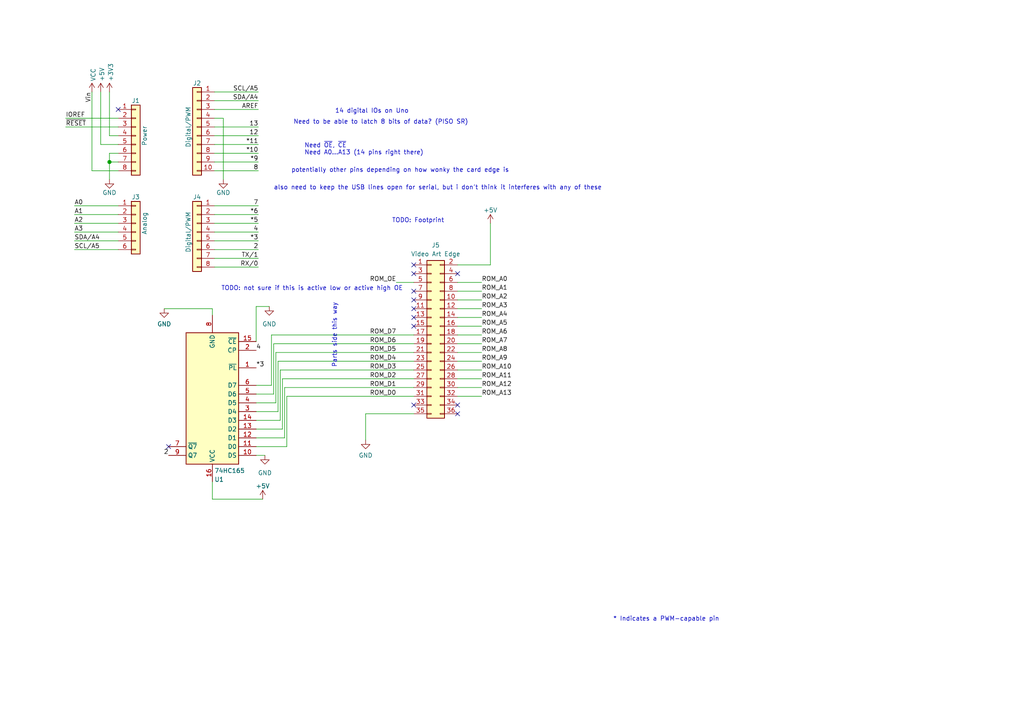
<source format=kicad_sch>
(kicad_sch (version 20230121) (generator eeschema)
  (paper "A4")
  (title_block (date "mar. 31 mars 2015"))
  (lib_symbols
    (symbol "+5V_1" (power) (pin_names (offset 0))
      (property "Value" "+5V_1" (at 0 3.556 0))
      (symbol "+5V_1_0_1"
        (polyline (pts (xy -0.762 1.27) (xy 0 2.54)))
        (polyline (pts (xy 0 0) (xy 0 2.54)))
        (polyline (pts (xy 0 2.54) (xy 0.762 1.27)))
      )
      (symbol "+5V_1_1_1"
        (pin power_in line (at 0 0 90) (length 0) hide (name "+5V") (number "1"))
      )
    )
    (symbol "+5V_2" (power) (pin_names (offset 0))
      (property "Value" "+5V_2" (at 0 3.556 0))
      (symbol "+5V_2_0_1"
        (polyline (pts (xy -0.762 1.27) (xy 0 2.54)))
        (polyline (pts (xy 0 0) (xy 0 2.54)))
        (polyline (pts (xy 0 2.54) (xy 0.762 1.27)))
      )
      (symbol "+5V_2_1_1"
        (pin power_in line (at 0 0 90) (length 0) hide (name "+5V") (number "1"))
      )
    )
    (symbol "74xx:74HC165"
      (property "Reference" "U" (at -7.62 19.05 0))
      (property "Value" "74HC165" (at -7.62 -21.59 0))
      (symbol "74HC165_1_0"
        (pin input line (at -12.7 -10.16 0) (length 5.08) (name "~{PL}") (number "1"))
        (pin input line (at -12.7 15.24 0) (length 5.08) (name "DS") (number "10"))
        (pin input line (at -12.7 12.7 0) (length 5.08) (name "D0") (number "11"))
        (pin input line (at -12.7 10.16 0) (length 5.08) (name "D1") (number "12"))
        (pin input line (at -12.7 7.62 0) (length 5.08) (name "D2") (number "13"))
        (pin input line (at -12.7 5.08 0) (length 5.08) (name "D3") (number "14"))
        (pin input line (at -12.7 -17.78 0) (length 5.08) (name "~{CE}") (number "15"))
        (pin power_in line (at 0 22.86 270) (length 5.08) (name "VCC") (number "16"))
        (pin input line (at -12.7 -15.24 0) (length 5.08) (name "CP") (number "2"))
        (pin input line (at -12.7 2.54 0) (length 5.08) (name "D4") (number "3"))
        (pin input line (at -12.7 0 0) (length 5.08) (name "D5") (number "4"))
        (pin input line (at -12.7 -2.54 0) (length 5.08) (name "D6") (number "5"))
        (pin input line (at -12.7 -5.08 0) (length 5.08) (name "D7") (number "6"))
        (pin output line (at 12.7 12.7 180) (length 5.08) (name "~{Q7}") (number "7"))
        (pin power_in line (at 0 -25.4 90) (length 5.08) (name "GND") (number "8"))
        (pin output line (at 12.7 15.24 180) (length 5.08) (name "Q7") (number "9"))
      )
      (symbol "74HC165_1_1"
        (rectangle (start -7.62 17.78) (end 7.62 -20.32) (stroke (width 0.254)) (fill (type background)))
      )
    )
    (symbol "Connector_Generic:Conn_01x06" (pin_names (offset 1.016) hide)
      (property "Reference" "J" (at 0 7.62 0))
      (property "Value" "Conn_01x06" (at 0 -10.16 0))
      (symbol "Conn_01x06_1_1"
        (rectangle (start -1.27 -7.493) (end 0 -7.747) (stroke (width 0.1524)))
        (rectangle (start -1.27 -4.953) (end 0 -5.207) (stroke (width 0.1524)))
        (rectangle (start -1.27 -2.413) (end 0 -2.667) (stroke (width 0.1524)))
        (rectangle (start -1.27 0.127) (end 0 -0.127) (stroke (width 0.1524)))
        (rectangle (start -1.27 2.667) (end 0 2.413) (stroke (width 0.1524)))
        (rectangle (start -1.27 5.207) (end 0 4.953) (stroke (width 0.1524)))
        (rectangle (start -1.27 6.35) (end 1.27 -8.89) (stroke (width 0.254)) (fill (type background)))
        (pin passive line (at -5.08 5.08 0) (length 3.81) (name "Pin_1") (number "1"))
        (pin passive line (at -5.08 2.54 0) (length 3.81) (name "Pin_2") (number "2"))
        (pin passive line (at -5.08 0 0) (length 3.81) (name "Pin_3") (number "3"))
        (pin passive line (at -5.08 -2.54 0) (length 3.81) (name "Pin_4") (number "4"))
        (pin passive line (at -5.08 -5.08 0) (length 3.81) (name "Pin_5") (number "5"))
        (pin passive line (at -5.08 -7.62 0) (length 3.81) (name "Pin_6") (number "6"))
      )
    )
    (symbol "Connector_Generic:Conn_01x08" (pin_names (offset 1.016) hide)
      (property "Reference" "J" (at 0 10.16 0))
      (property "Value" "Conn_01x08" (at 0 -12.7 0))
      (symbol "Conn_01x08_1_1"
        (rectangle (start -1.27 -10.033) (end 0 -10.287) (stroke (width 0.1524)))
        (rectangle (start -1.27 -7.493) (end 0 -7.747) (stroke (width 0.1524)))
        (rectangle (start -1.27 -4.953) (end 0 -5.207) (stroke (width 0.1524)))
        (rectangle (start -1.27 -2.413) (end 0 -2.667) (stroke (width 0.1524)))
        (rectangle (start -1.27 0.127) (end 0 -0.127) (stroke (width 0.1524)))
        (rectangle (start -1.27 2.667) (end 0 2.413) (stroke (width 0.1524)))
        (rectangle (start -1.27 5.207) (end 0 4.953) (stroke (width 0.1524)))
        (rectangle (start -1.27 7.747) (end 0 7.493) (stroke (width 0.1524)))
        (rectangle (start -1.27 8.89) (end 1.27 -11.43) (stroke (width 0.254)) (fill (type background)))
        (pin passive line (at -5.08 7.62 0) (length 3.81) (name "Pin_1") (number "1"))
        (pin passive line (at -5.08 5.08 0) (length 3.81) (name "Pin_2") (number "2"))
        (pin passive line (at -5.08 2.54 0) (length 3.81) (name "Pin_3") (number "3"))
        (pin passive line (at -5.08 0 0) (length 3.81) (name "Pin_4") (number "4"))
        (pin passive line (at -5.08 -2.54 0) (length 3.81) (name "Pin_5") (number "5"))
        (pin passive line (at -5.08 -5.08 0) (length 3.81) (name "Pin_6") (number "6"))
        (pin passive line (at -5.08 -7.62 0) (length 3.81) (name "Pin_7") (number "7"))
        (pin passive line (at -5.08 -10.16 0) (length 3.81) (name "Pin_8") (number "8"))
      )
    )
    (symbol "Connector_Generic:Conn_01x10" (pin_names (offset 1.016) hide)
      (property "Reference" "J" (at 0 12.7 0))
      (property "Value" "Conn_01x10" (at 0 -15.24 0))
      (symbol "Conn_01x10_1_1"
        (rectangle (start -1.27 -12.573) (end 0 -12.827) (stroke (width 0.1524)))
        (rectangle (start -1.27 -10.033) (end 0 -10.287) (stroke (width 0.1524)))
        (rectangle (start -1.27 -7.493) (end 0 -7.747) (stroke (width 0.1524)))
        (rectangle (start -1.27 -4.953) (end 0 -5.207) (stroke (width 0.1524)))
        (rectangle (start -1.27 -2.413) (end 0 -2.667) (stroke (width 0.1524)))
        (rectangle (start -1.27 0.127) (end 0 -0.127) (stroke (width 0.1524)))
        (rectangle (start -1.27 2.667) (end 0 2.413) (stroke (width 0.1524)))
        (rectangle (start -1.27 5.207) (end 0 4.953) (stroke (width 0.1524)))
        (rectangle (start -1.27 7.747) (end 0 7.493) (stroke (width 0.1524)))
        (rectangle (start -1.27 10.287) (end 0 10.033) (stroke (width 0.1524)))
        (rectangle (start -1.27 11.43) (end 1.27 -13.97) (stroke (width 0.254)) (fill (type background)))
        (pin passive line (at -5.08 10.16 0) (length 3.81) (name "Pin_1") (number "1"))
        (pin passive line (at -5.08 -12.7 0) (length 3.81) (name "Pin_10") (number "10"))
        (pin passive line (at -5.08 7.62 0) (length 3.81) (name "Pin_2") (number "2"))
        (pin passive line (at -5.08 5.08 0) (length 3.81) (name "Pin_3") (number "3"))
        (pin passive line (at -5.08 2.54 0) (length 3.81) (name "Pin_4") (number "4"))
        (pin passive line (at -5.08 0 0) (length 3.81) (name "Pin_5") (number "5"))
        (pin passive line (at -5.08 -2.54 0) (length 3.81) (name "Pin_6") (number "6"))
        (pin passive line (at -5.08 -5.08 0) (length 3.81) (name "Pin_7") (number "7"))
        (pin passive line (at -5.08 -7.62 0) (length 3.81) (name "Pin_8") (number "8"))
        (pin passive line (at -5.08 -10.16 0) (length 3.81) (name "Pin_9") (number "9"))
      )
    )
    (symbol "Connector_Generic:Conn_02x18_Odd_Even" (pin_names (offset 1.016) hide)
      (property "Reference" "J" (at 1.27 22.86 0))
      (property "Value" "Conn_02x18_Odd_Even" (at 1.27 -25.4 0))
      (symbol "Conn_02x18_Odd_Even_1_1"
        (rectangle (start -1.27 -22.733) (end 0 -22.987) (stroke (width 0.1524)))
        (rectangle (start -1.27 -20.193) (end 0 -20.447) (stroke (width 0.1524)))
        (rectangle (start -1.27 -17.653) (end 0 -17.907) (stroke (width 0.1524)))
        (rectangle (start -1.27 -15.113) (end 0 -15.367) (stroke (width 0.1524)))
        (rectangle (start -1.27 -12.573) (end 0 -12.827) (stroke (width 0.1524)))
        (rectangle (start -1.27 -10.033) (end 0 -10.287) (stroke (width 0.1524)))
        (rectangle (start -1.27 -7.493) (end 0 -7.747) (stroke (width 0.1524)))
        (rectangle (start -1.27 -4.953) (end 0 -5.207) (stroke (width 0.1524)))
        (rectangle (start -1.27 -2.413) (end 0 -2.667) (stroke (width 0.1524)))
        (rectangle (start -1.27 0.127) (end 0 -0.127) (stroke (width 0.1524)))
        (rectangle (start -1.27 2.667) (end 0 2.413) (stroke (width 0.1524)))
        (rectangle (start -1.27 5.207) (end 0 4.953) (stroke (width 0.1524)))
        (rectangle (start -1.27 7.747) (end 0 7.493) (stroke (width 0.1524)))
        (rectangle (start -1.27 10.287) (end 0 10.033) (stroke (width 0.1524)))
        (rectangle (start -1.27 12.827) (end 0 12.573) (stroke (width 0.1524)))
        (rectangle (start -1.27 15.367) (end 0 15.113) (stroke (width 0.1524)))
        (rectangle (start -1.27 17.907) (end 0 17.653) (stroke (width 0.1524)))
        (rectangle (start -1.27 20.447) (end 0 20.193) (stroke (width 0.1524)))
        (rectangle (start -1.27 21.59) (end 3.81 -24.13) (stroke (width 0.254)) (fill (type background)))
        (rectangle (start 3.81 -22.733) (end 2.54 -22.987) (stroke (width 0.1524)))
        (rectangle (start 3.81 -20.193) (end 2.54 -20.447) (stroke (width 0.1524)))
        (rectangle (start 3.81 -17.653) (end 2.54 -17.907) (stroke (width 0.1524)))
        (rectangle (start 3.81 -15.113) (end 2.54 -15.367) (stroke (width 0.1524)))
        (rectangle (start 3.81 -12.573) (end 2.54 -12.827) (stroke (width 0.1524)))
        (rectangle (start 3.81 -10.033) (end 2.54 -10.287) (stroke (width 0.1524)))
        (rectangle (start 3.81 -7.493) (end 2.54 -7.747) (stroke (width 0.1524)))
        (rectangle (start 3.81 -4.953) (end 2.54 -5.207) (stroke (width 0.1524)))
        (rectangle (start 3.81 -2.413) (end 2.54 -2.667) (stroke (width 0.1524)))
        (rectangle (start 3.81 0.127) (end 2.54 -0.127) (stroke (width 0.1524)))
        (rectangle (start 3.81 2.667) (end 2.54 2.413) (stroke (width 0.1524)))
        (rectangle (start 3.81 5.207) (end 2.54 4.953) (stroke (width 0.1524)))
        (rectangle (start 3.81 7.747) (end 2.54 7.493) (stroke (width 0.1524)))
        (rectangle (start 3.81 10.287) (end 2.54 10.033) (stroke (width 0.1524)))
        (rectangle (start 3.81 12.827) (end 2.54 12.573) (stroke (width 0.1524)))
        (rectangle (start 3.81 15.367) (end 2.54 15.113) (stroke (width 0.1524)))
        (rectangle (start 3.81 17.907) (end 2.54 17.653) (stroke (width 0.1524)))
        (rectangle (start 3.81 20.447) (end 2.54 20.193) (stroke (width 0.1524)))
        (pin passive line (at -5.08 20.32 0) (length 3.81) (name "Pin_1") (number "1"))
        (pin passive line (at 7.62 10.16 180) (length 3.81) (name "Pin_10") (number "10"))
        (pin passive line (at -5.08 7.62 0) (length 3.81) (name "Pin_11") (number "11"))
        (pin passive line (at 7.62 7.62 180) (length 3.81) (name "Pin_12") (number "12"))
        (pin passive line (at -5.08 5.08 0) (length 3.81) (name "Pin_13") (number "13"))
        (pin passive line (at 7.62 5.08 180) (length 3.81) (name "Pin_14") (number "14"))
        (pin passive line (at -5.08 2.54 0) (length 3.81) (name "Pin_15") (number "15"))
        (pin passive line (at 7.62 2.54 180) (length 3.81) (name "Pin_16") (number "16"))
        (pin passive line (at -5.08 0 0) (length 3.81) (name "Pin_17") (number "17"))
        (pin passive line (at 7.62 0 180) (length 3.81) (name "Pin_18") (number "18"))
        (pin passive line (at -5.08 -2.54 0) (length 3.81) (name "Pin_19") (number "19"))
        (pin passive line (at 7.62 20.32 180) (length 3.81) (name "Pin_2") (number "2"))
        (pin passive line (at 7.62 -2.54 180) (length 3.81) (name "Pin_20") (number "20"))
        (pin passive line (at -5.08 -5.08 0) (length 3.81) (name "Pin_21") (number "21"))
        (pin passive line (at 7.62 -5.08 180) (length 3.81) (name "Pin_22") (number "22"))
        (pin passive line (at -5.08 -7.62 0) (length 3.81) (name "Pin_23") (number "23"))
        (pin passive line (at 7.62 -7.62 180) (length 3.81) (name "Pin_24") (number "24"))
        (pin passive line (at -5.08 -10.16 0) (length 3.81) (name "Pin_25") (number "25"))
        (pin passive line (at 7.62 -10.16 180) (length 3.81) (name "Pin_26") (number "26"))
        (pin passive line (at -5.08 -12.7 0) (length 3.81) (name "Pin_27") (number "27"))
        (pin passive line (at 7.62 -12.7 180) (length 3.81) (name "Pin_28") (number "28"))
        (pin passive line (at -5.08 -15.24 0) (length 3.81) (name "Pin_29") (number "29"))
        (pin passive line (at -5.08 17.78 0) (length 3.81) (name "Pin_3") (number "3"))
        (pin passive line (at 7.62 -15.24 180) (length 3.81) (name "Pin_30") (number "30"))
        (pin passive line (at -5.08 -17.78 0) (length 3.81) (name "Pin_31") (number "31"))
        (pin passive line (at 7.62 -17.78 180) (length 3.81) (name "Pin_32") (number "32"))
        (pin passive line (at -5.08 -20.32 0) (length 3.81) (name "Pin_33") (number "33"))
        (pin passive line (at 7.62 -20.32 180) (length 3.81) (name "Pin_34") (number "34"))
        (pin passive line (at -5.08 -22.86 0) (length 3.81) (name "Pin_35") (number "35"))
        (pin passive line (at 7.62 -22.86 180) (length 3.81) (name "Pin_36") (number "36"))
        (pin passive line (at 7.62 17.78 180) (length 3.81) (name "Pin_4") (number "4"))
        (pin passive line (at -5.08 15.24 0) (length 3.81) (name "Pin_5") (number "5"))
        (pin passive line (at 7.62 15.24 180) (length 3.81) (name "Pin_6") (number "6"))
        (pin passive line (at -5.08 12.7 0) (length 3.81) (name "Pin_7") (number "7"))
        (pin passive line (at 7.62 12.7 180) (length 3.81) (name "Pin_8") (number "8"))
        (pin passive line (at -5.08 10.16 0) (length 3.81) (name "Pin_9") (number "9"))
      )
    )
    (symbol "GND_1" (power) (pin_names (offset 0))
      (property "Value" "GND_1" (at 0 -3.81 0))
      (symbol "GND_1_0_1"
        (polyline (pts (xy 0 0) (xy 0 -1.27) (xy 1.27 -1.27) (xy 0 -2.54) (xy -1.27 -1.27) (xy 0 -1.27)))
      )
      (symbol "GND_1_1_1"
        (pin power_in line (at 0 0 270) (length 0) hide (name "GND") (number "1"))
      )
    )
    (symbol "GND_2" (power) (pin_names (offset 0))
      (property "Value" "GND_2" (at 0 -3.81 0))
      (symbol "GND_2_0_1"
        (polyline (pts (xy 0 0) (xy 0 -1.27) (xy 1.27 -1.27) (xy 0 -2.54) (xy -1.27 -1.27) (xy 0 -1.27)))
      )
      (symbol "GND_2_1_1"
        (pin power_in line (at 0 0 270) (length 0) hide (name "GND") (number "1"))
      )
    )
    (symbol "GND_3" (power) (pin_names (offset 0))
      (property "Value" "GND_3" (at 0 -3.81 0))
      (symbol "GND_3_0_1"
        (polyline (pts (xy 0 0) (xy 0 -1.27) (xy 1.27 -1.27) (xy 0 -2.54) (xy -1.27 -1.27) (xy 0 -1.27)))
      )
      (symbol "GND_3_1_1"
        (pin power_in line (at 0 0 270) (length 0) hide (name "GND") (number "1"))
      )
    )
    (symbol "GND_4" (power) (pin_names (offset 0))
      (property "Value" "GND_4" (at 0 -3.81 0))
      (symbol "GND_4_0_1"
        (polyline (pts (xy 0 0) (xy 0 -1.27) (xy 1.27 -1.27) (xy 0 -2.54) (xy -1.27 -1.27) (xy 0 -1.27)))
      )
      (symbol "GND_4_1_1"
        (pin power_in line (at 0 0 270) (length 0) hide (name "GND") (number "1"))
      )
    )
    (symbol "power:+3V3" (power) (pin_names (offset 0))
      (property "Value" "+3V3" (at 0 3.556 0))
      (symbol "+3V3_0_1"
        (polyline (pts (xy -0.762 1.27) (xy 0 2.54)))
        (polyline (pts (xy 0 0) (xy 0 2.54)))
        (polyline (pts (xy 0 2.54) (xy 0.762 1.27)))
      )
      (symbol "+3V3_1_1"
        (pin power_in line (at 0 0 90) (length 0) hide (name "+3V3") (number "1"))
      )
    )
    (symbol "power:+5V" (power) (pin_names (offset 0))
      (property "Value" "+5V" (at 0 3.556 0))
      (symbol "+5V_0_1"
        (polyline (pts (xy -0.762 1.27) (xy 0 2.54)))
        (polyline (pts (xy 0 0) (xy 0 2.54)))
        (polyline (pts (xy 0 2.54) (xy 0.762 1.27)))
      )
      (symbol "+5V_1_1"
        (pin power_in line (at 0 0 90) (length 0) hide (name "+5V") (number "1"))
      )
    )
    (symbol "power:GND" (power) (pin_names (offset 0))
      (property "Value" "GND" (at 0 -3.81 0))
      (symbol "GND_0_1"
        (polyline (pts (xy 0 0) (xy 0 -1.27) (xy 1.27 -1.27) (xy 0 -2.54) (xy -1.27 -1.27) (xy 0 -1.27)))
      )
      (symbol "GND_1_1"
        (pin power_in line (at 0 0 270) (length 0) hide (name "GND") (number "1"))
      )
    )
    (symbol "power:VCC" (power) (pin_names (offset 0))
      (property "Value" "VCC" (at 0 3.81 0))
      (symbol "VCC_0_1"
        (polyline (pts (xy -0.762 1.27) (xy 0 2.54)))
        (polyline (pts (xy 0 0) (xy 0 2.54)))
        (polyline (pts (xy 0 2.54) (xy 0.762 1.27)))
      )
      (symbol "VCC_1_1"
        (pin power_in line (at 0 0 90) (length 0) hide (name "VCC") (number "1"))
      )
    )
  )
  (junction (at 31.75 46.99) (diameter 1.016))
  (no_connect (at 120.015 94.615))
  (no_connect (at 120.015 117.475))
  (no_connect (at 132.715 117.475))
  (no_connect (at 120.015 92.075))
  (no_connect (at 132.715 120.015))
  (no_connect (at 48.895 129.54))
  (no_connect (at 120.015 79.375))
  (no_connect (at 132.715 79.375))
  (no_connect (at 120.015 76.835))
  (no_connect (at 120.015 86.995))
  (no_connect (at 34.29 31.75))
  (no_connect (at 120.015 84.455))
  (no_connect (at 120.015 89.535))
  (wire (pts (xy 62.23 77.47) (xy 74.93 77.47)))
  (wire (pts (xy 62.23 44.45) (xy 74.93 44.45)))
  (wire (pts (xy 62.23 26.67) (xy 74.93 26.67)))
  (wire (pts (xy 83.185 114.935) (xy 120.015 114.935)))
  (wire (pts (xy 106.045 120.015) (xy 120.015 120.015)))
  (wire (pts (xy 132.715 76.835) (xy 142.24 76.835)))
  (wire (pts (xy 78.105 88.9) (xy 74.295 88.9)))
  (wire (pts (xy 79.375 99.695) (xy 120.015 99.695)))
  (wire (pts (xy 31.75 44.45) (xy 31.75 46.99)))
  (wire (pts (xy 79.375 114.3) (xy 74.295 114.3)))
  (wire (pts (xy 80.01 116.84) (xy 80.01 102.235)))
  (wire (pts (xy 21.59 72.39) (xy 34.29 72.39)))
  (wire (pts (xy 74.295 116.84) (xy 80.01 116.84)))
  (wire (pts (xy 61.595 89.535) (xy 61.595 91.44)))
  (wire (pts (xy 81.28 107.315) (xy 81.28 121.92)))
  (wire (pts (xy 106.045 127.635) (xy 106.045 120.015)))
  (wire (pts (xy 76.2 144.78) (xy 61.595 144.78)))
  (wire (pts (xy 31.75 46.99) (xy 31.75 52.07)))
  (wire (pts (xy 31.75 39.37) (xy 34.29 39.37)))
  (wire (pts (xy 132.715 86.995) (xy 139.7 86.995)))
  (wire (pts (xy 29.21 41.91) (xy 34.29 41.91)))
  (wire (pts (xy 29.21 26.67) (xy 29.21 41.91)))
  (wire (pts (xy 74.295 124.46) (xy 81.915 124.46)))
  (wire (pts (xy 62.23 36.83) (xy 74.93 36.83)))
  (wire (pts (xy 31.75 26.67) (xy 31.75 39.37)))
  (wire (pts (xy 62.23 59.69) (xy 74.93 59.69)))
  (wire (pts (xy 132.715 102.235) (xy 139.7 102.235)))
  (wire (pts (xy 79.375 99.695) (xy 79.375 114.3)))
  (wire (pts (xy 34.29 59.69) (xy 21.59 59.69)))
  (wire (pts (xy 62.23 39.37) (xy 74.93 39.37)))
  (wire (pts (xy 132.715 104.775) (xy 139.7 104.775)))
  (wire (pts (xy 62.23 62.23) (xy 74.93 62.23)))
  (wire (pts (xy 74.295 129.54) (xy 83.185 129.54)))
  (wire (pts (xy 81.915 124.46) (xy 81.915 109.855)))
  (wire (pts (xy 62.23 46.99) (xy 74.93 46.99)))
  (wire (pts (xy 132.715 89.535) (xy 139.7 89.535)))
  (wire (pts (xy 47.625 89.535) (xy 61.595 89.535)))
  (wire (pts (xy 62.23 67.31) (xy 74.93 67.31)))
  (wire (pts (xy 132.715 94.615) (xy 139.7 94.615)))
  (wire (pts (xy 81.28 121.92) (xy 74.295 121.92)))
  (wire (pts (xy 82.55 112.395) (xy 120.015 112.395)))
  (wire (pts (xy 19.05 34.29) (xy 34.29 34.29)))
  (wire (pts (xy 78.74 97.155) (xy 120.015 97.155)))
  (wire (pts (xy 61.595 144.78) (xy 61.595 139.7)))
  (wire (pts (xy 132.715 84.455) (xy 139.7 84.455)))
  (wire (pts (xy 74.295 88.9) (xy 74.295 99.06)))
  (wire (pts (xy 80.645 104.775) (xy 80.645 119.38)))
  (wire (pts (xy 64.77 34.29) (xy 64.77 52.07)))
  (wire (pts (xy 132.715 112.395) (xy 139.7 112.395)))
  (wire (pts (xy 132.715 107.315) (xy 139.7 107.315)))
  (wire (pts (xy 62.23 31.75) (xy 74.93 31.75)))
  (wire (pts (xy 34.29 64.77) (xy 21.59 64.77)))
  (wire (pts (xy 19.05 36.83) (xy 34.29 36.83)))
  (wire (pts (xy 132.715 114.935) (xy 139.7 114.935)))
  (wire (pts (xy 34.29 46.99) (xy 31.75 46.99)))
  (wire (pts (xy 114.935 81.915) (xy 120.015 81.915)))
  (wire (pts (xy 132.715 97.155) (xy 139.7 97.155)))
  (wire (pts (xy 83.185 129.54) (xy 83.185 114.935)))
  (wire (pts (xy 80.645 119.38) (xy 74.295 119.38)))
  (wire (pts (xy 34.29 49.53) (xy 26.67 49.53)))
  (wire (pts (xy 21.59 62.23) (xy 34.29 62.23)))
  (wire (pts (xy 142.24 76.835) (xy 142.24 64.77)))
  (wire (pts (xy 81.28 107.315) (xy 120.015 107.315)))
  (wire (pts (xy 132.715 92.075) (xy 139.7 92.075)))
  (wire (pts (xy 78.74 111.76) (xy 78.74 97.155)))
  (wire (pts (xy 62.23 34.29) (xy 64.77 34.29)))
  (wire (pts (xy 132.715 99.695) (xy 139.7 99.695)))
  (wire (pts (xy 34.29 44.45) (xy 31.75 44.45)))
  (wire (pts (xy 80.01 102.235) (xy 120.015 102.235)))
  (wire (pts (xy 74.295 132.08) (xy 76.835 132.08)))
  (wire (pts (xy 80.645 104.775) (xy 120.015 104.775)))
  (wire (pts (xy 62.23 41.91) (xy 74.93 41.91)))
  (wire (pts (xy 81.915 109.855) (xy 120.015 109.855)))
  (wire (pts (xy 62.23 64.77) (xy 74.93 64.77)))
  (wire (pts (xy 21.59 67.31) (xy 34.29 67.31)))
  (wire (pts (xy 82.55 127) (xy 74.295 127)))
  (wire (pts (xy 132.715 109.855) (xy 139.7 109.855)))
  (wire (pts (xy 62.23 29.21) (xy 74.93 29.21)))
  (wire (pts (xy 62.23 72.39) (xy 74.93 72.39)))
  (wire (pts (xy 62.23 69.85) (xy 74.93 69.85)))
  (wire (pts (xy 82.55 112.395) (xy 82.55 127)))
  (wire (pts (xy 74.295 111.76) (xy 78.74 111.76)))
  (wire (pts (xy 62.23 74.93) (xy 74.93 74.93)))
  (wire (pts (xy 26.67 49.53) (xy 26.67 26.67)))
  (wire (pts (xy 132.715 81.915) (xy 139.7 81.915)))
  (wire (pts (xy 34.29 69.85) (xy 21.59 69.85)))
  (wire (pts (xy 62.23 49.53) (xy 74.93 49.53)))
  (text "potentially other pins depending on how wonky the card edge is" (at 84.455 50.165 0) (effects (font (size 1.27 1.27)) (justify left bottom)))
  (text "TODO: not sure if this is active low or active high OE" (at 64.135 84.455 0) (effects (font (size 1.27 1.27)) (justify left bottom)))
  (text "also need to keep the USB lines open for serial, but i don't think it interferes with any of these" (at 79.375 55.245 0) (effects (font (size 1.27 1.27)) (justify left bottom)))
  (text "14 digital IOs on Uno" (at 97.155 33.02 0) (effects (font (size 1.27 1.27)) (justify left bottom)))
  (text "* Indicates a PWM-capable pin" (at 177.8 180.34 0) (effects (font (size 1.27 1.27)) (justify left bottom)))
  (text "TODO: Footprint" (at 113.665 64.77 0) (effects (font (size 1.27 1.27)) (justify left bottom)))
  (text "Need to be able to latch 8 bits of data? (PISO SR)" (at 85.09 36.195 0) (effects (font (size 1.27 1.27)) (justify left bottom)))
  (text "Parts side this way" (at 97.79 106.68 90) (effects (font (size 1.27 1.27)) (justify left bottom)))
  (text "Need ~{OE}, ~{CE}\nNeed A0...A13 (14 pins right there)" (at 88.265 45.085 0) (effects (font (size 1.27 1.27)) (justify left bottom)))
  (label "2" (at 48.895 132.08 180))
  (label "RX{slash}0" (at 74.93 77.47 180))
  (label "A2" (at 21.59 64.77 0))
  (label "4" (at 74.93 67.31 180))
  (label "ROM_A2" (at 139.7 86.995 0))
  (label "ROM_D0" (at 114.935 114.935 180))
  (label "2" (at 74.93 72.39 180))
  (label "A3" (at 21.59 67.31 0))
  (label "ROM_A12" (at 139.7 112.395 0))
  (label "13" (at 74.93 36.83 180))
  (label "ROM_A11" (at 139.7 109.855 0))
  (label "12" (at 74.93 39.37 180))
  (label "~{RESET}" (at 19.05 36.83 0))
  (label "4" (at 74.295 101.6 0))
  (label "ROM_A13" (at 139.7 114.935 0))
  (label "ROM_A7" (at 139.7 99.695 0))
  (label "*10" (at 74.93 44.45 180))
  (label "ROM_OE" (at 114.935 81.915 180))
  (label "ROM_D6" (at 114.935 99.695 180))
  (label "ROM_D5" (at 114.935 102.235 180))
  (label "ROM_D3" (at 114.935 107.315 180))
  (label "ROM_D2" (at 114.935 109.855 180))
  (label "7" (at 74.93 59.69 180))
  (label "SDA{slash}A4" (at 74.93 29.21 180))
  (label "8" (at 74.93 49.53 180))
  (label "ROM_A3" (at 139.7 89.535 0))
  (label "ROM_D7" (at 114.935 97.155 180))
  (label "*11" (at 74.93 41.91 180))
  (label "ROM_A1" (at 139.7 84.455 0))
  (label "*3" (at 74.93 69.85 180))
  (label "A1" (at 21.59 62.23 0))
  (label "TX{slash}1" (at 74.93 74.93 180))
  (label "ROM_A8" (at 139.7 102.235 0))
  (label "ROM_A4" (at 139.7 92.075 0))
  (label "A0" (at 21.59 59.69 0))
  (label "AREF" (at 74.93 31.75 180))
  (label "Vin" (at 26.67 26.67 270))
  (label "*6" (at 74.93 62.23 180))
  (label "ROM_A6" (at 139.7 97.155 0))
  (label "SCL{slash}A5" (at 74.93 26.67 180))
  (label "*9" (at 74.93 46.99 180))
  (label "ROM_D1" (at 114.935 112.395 180))
  (label "*5" (at 74.93 64.77 180))
  (label "ROM_A5" (at 139.7 94.615 0))
  (label "ROM_A0" (at 139.7 81.915 0))
  (label "IOREF" (at 19.05 34.29 0))
  (label "*3" (at 74.295 106.68 0))
  (label "ROM_A9" (at 139.7 104.775 0))
  (label "SDA{slash}A4" (at 21.59 69.85 0))
  (label "SCL{slash}A5" (at 21.59 72.39 0))
  (label "ROM_A10" (at 139.7 107.315 0))
  (label "ROM_D4" (at 114.935 104.775 180))
  (symbol (lib_id "Connector_Generic:Conn_01x08") (at 39.37 39.37 0) (unit 1)
    (property "Reference" "J1" (at 39.37 29.21 0))
    (property "Value" "Power" (at 41.91 39.37 90))
    (property "Footprint" "Connector_PinSocket_2.54mm:PinSocket_1x08_P2.54mm_Vertical" (effects hide))
  )
  (symbol (lib_id "power:+3V3") (at 31.75 26.67 0) (unit 1)
    (property "Reference" "#PWR03" (effects hide))
    (property "Value" "+3.3V" (at 32.131 23.622 90) (effects (justify left)))
  )
  (symbol (lib_id "power:+5V") (at 29.21 26.67 0) (unit 1)
    (property "Reference" "#PWR02" (effects hide))
    (property "Value" "+5V" (at 29.5656 23.622 90) (effects (justify left)))
  )
  (symbol (lib_id "power:GND") (at 31.75 52.07 0) (unit 1)
    (property "Reference" "#PWR04" (effects hide))
    (property "Value" "GND" (at 31.75 55.88 0))
  )
  (symbol (lib_id "Connector_Generic:Conn_01x10") (at 57.15 36.83 0) (mirror y) (unit 1)
    (property "Reference" "J2" (at 57.15 24.13 0))
    (property "Value" "Digital/PWM" (at 54.61 36.83 90))
    (property "Footprint" "Connector_PinSocket_2.54mm:PinSocket_1x10_P2.54mm_Vertical" (effects hide))
  )
  (symbol (lib_id "power:GND") (at 64.77 52.07 0) (unit 1)
    (property "Reference" "#PWR05" (effects hide))
    (property "Value" "GND" (at 64.77 55.88 0))
  )
  (symbol (lib_id "Connector_Generic:Conn_01x06") (at 39.37 64.77 0) (unit 1)
    (property "Reference" "J3" (at 39.37 57.15 0))
    (property "Value" "Analog" (at 41.91 64.77 90))
    (property "Footprint" "Connector_PinSocket_2.54mm:PinSocket_1x06_P2.54mm_Vertical" (effects hide))
  )
  (symbol (lib_id "Connector_Generic:Conn_01x08") (at 57.15 67.31 0) (mirror y) (unit 1)
    (property "Reference" "J4" (at 57.15 57.15 0))
    (property "Value" "Digital/PWM" (at 54.61 67.31 90))
    (property "Footprint" "Connector_PinSocket_2.54mm:PinSocket_1x08_P2.54mm_Vertical" (effects hide))
  )
  (symbol (lib_name "+5V_1") (lib_id "power:+5V") (at 142.24 64.77 0) (unit 1)
    (property "Reference" "#PWR07" (effects hide))
    (property "Value" "+5V" (at 142.24 60.96 0))
  )
  (symbol (lib_name "+5V_2") (lib_id "power:+5V") (at 76.2 144.78 0) (unit 1)
    (property "Reference" "#PWR09" (effects hide))
    (property "Value" "+5V" (at 76.2 140.97 0))
  )
  (symbol (lib_name "GND_4") (lib_id "power:GND") (at 76.835 132.08 0) (unit 1)
    (property "Reference" "#PWR011" (effects hide))
    (property "Value" "GND" (at 76.835 137.16 0))
  )
  (symbol (lib_id "power:VCC") (at 26.67 26.67 0) (unit 1)
    (property "Reference" "#PWR01" (effects hide))
    (property "Value" "VCC" (at 27.051 23.622 90) (effects (justify left)))
  )
  (symbol (lib_id "74xx:74HC165") (at 61.595 116.84 180) (unit 1)
    (property "Reference" "U1" (at 62.1791 139.065 0) (effects (justify right)))
    (property "Value" "74HC165" (at 62.1791 136.525 0) (effects (justify right)))
    (property "Footprint" "Package_DIP:DIP-16_W7.62mm_Socket_LongPads" (effects hide))
    (property "Datasheet" "https://assets.nexperia.com/documents/data-sheet/74HC_HCT165.pdf" (effects hide))
  )
  (symbol (lib_name "GND_3") (lib_id "power:GND") (at 78.105 88.9 0) (unit 1)
    (property "Reference" "#PWR010" (effects hide))
    (property "Value" "GND" (at 78.105 93.98 0))
  )
  (symbol (lib_name "GND_2") (lib_id "power:GND") (at 47.625 89.535 0) (unit 1)
    (property "Reference" "#PWR08" (effects hide))
    (property "Value" "GND" (at 47.625 93.98 0))
  )
  (symbol (lib_name "GND_1") (lib_id "power:GND") (at 106.045 127.635 0) (unit 1)
    (property "Reference" "#PWR06" (effects hide))
    (property "Value" "GND" (at 106.045 132.08 0))
  )
  (symbol (lib_id "Connector_Generic:Conn_02x18_Odd_Even") (at 125.095 97.155 0) (unit 1)
    (property "Reference" "J5" (at 126.365 71.12 0))
    (property "Value" "Video Art Edge" (at 126.365 73.66 0))
    (property "Footprint" "TE_AMP_5530843-3:CONN_5530843-3_TYC" (effects hide))
  )
)
</source>
